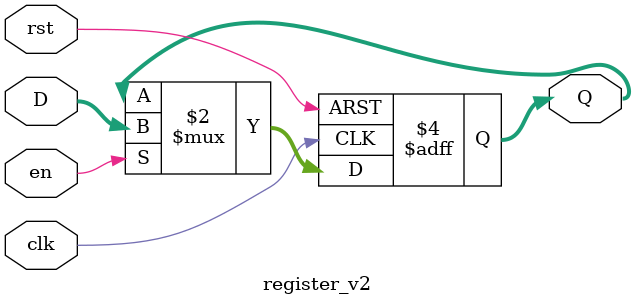
<source format=sv>
/*
N bits register module
@ Posedge: D waits to be written, Q is last cycles input
@ Negedge: D has been overwritten if en = 1, Q is D (overwriteen or not)
Date: 25/03/24
*/
module register_v2 # (parameter N = 24) (
		input  logic  	     clk,
		input  logic  	     rst,
		input  logic		  en, // WriteEn
		input  logic [N-1:0]   D, // RegIn
		output logic [N-1:0]   Q  // RegOut
	);

	always_ff @ (posedge clk or posedge rst) begin
		
		if (rst)
			Q <= 0;

		else if (en)
			Q <= D;
		
	end

endmodule

</source>
